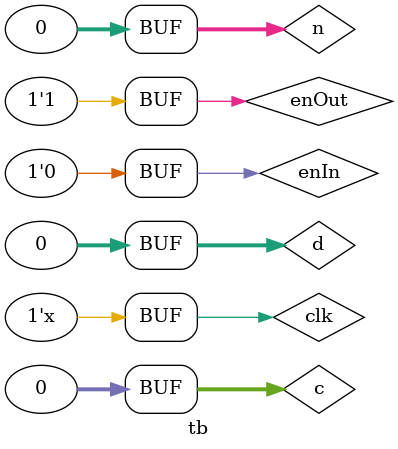
<source format=v>
`timescale 1ns/1ps

module tb;

reg enIn, enOut;
reg clk;
reg [31:0] n,d,c;
wire [31:0] m;
wire [31:0] primeNum, privateKey, cipher;
integer i;
wire [4:0] countOut, countIn;

storeNumbers dut(.n(n),.d(d),.c(c),.clk(clk), .primeNumOut(primeNum), .privateKeyOut(privateKey), .cipherOut(cipher), .enIn(enIn), .enOut(enOut), .countOut(countOut), .countIn(countIn));

always  
	#5 clk = ~clk;
	
initial begin
	clk = 0;
	
end

	//input
	initial begin
			enIn <= 1'b1;
			enOut <= 1'b0;
			#5
			n <= 32'hffffffff;
			d <= 32'hffffffff;
			c <= 32'hffffffff;
			#10
			n <= 32'h00000000;
			d <= 32'h00000000;
			c <= 32'h00000000;
			#10
			n <= 32'hffffffff;
			d <= 32'hffffffff;
			c <= 32'hffffffff;
			#10
			n <= 32'h00000000;
			d <= 32'h00000000;
			c <= 32'h00000000;
			#10
			n <= 32'hffffffff;
			d <= 32'hffffffff;
			c <= 32'hffffffff;
			#10
			n <= 32'h00000000;
			d <= 32'h00000000;
			c <= 32'h00000000;
			#10
			n <= 32'hffffffff;
			d <= 32'hffffffff;
			c <= 32'hffffffff;
			#10
			n <= 32'h00000000;
			d <= 32'h00000000;
			c <= 32'h00000000;
			#10
			n <= 32'hffffffff;
			d <= 32'hffffffff;
			c <= 32'hffffffff;
			#10
			n <= 32'h00000000;
			d <= 32'h00000000;
			c <= 32'h00000000;
			#10
			n <= 32'hffffffff;
			d <= 32'hffffffff;
			c <= 32'hffffffff;
			#10
			n <= 32'h00000000;
			d <= 32'h00000000;
			c <= 32'h00000000;
			#10
			n <= 32'hffffffff;
			d <= 32'hffffffff;
			c <= 32'hffffffff;
			#10
			n <= 32'h00000000;
			d <= 32'h00000000;
			c <= 32'h00000000;
			#10
			n <= 32'hffffffff;
			d <= 32'hffffffff;
			c <= 32'hffffffff;
			#10
			n <= 32'h00000000;
			d <= 32'h00000000;
			c <= 32'h00000000;
			#10
			n <= 32'hffffffff;
			d <= 32'hffffffff;
			c <= 32'hffffffff;
			#10
			n <= 32'h00000000;
			d <= 32'h00000000;
			c <= 32'h00000000;
			#10
			n <= 32'hffffffff;
			d <= 32'hffffffff;
			c <= 32'hffffffff;
			#10
			n <= 32'h00000000;
			d <= 32'h00000000;
			c <= 32'h00000000;
			#10
			n <= 32'hffffffff;
			d <= 32'hffffffff;
			c <= 32'hffffffff;
			#10
			n <= 32'h00000000;
			d <= 32'h00000000;
			c <= 32'h00000000;
			#10
			n <= 32'hffffffff;
			d <= 32'hffffffff;
			c <= 32'hffffffff;
			#10
			n <= 32'h00000000;
			d <= 32'h00000000;
			c <= 32'h00000000;
			#10
			n <= 32'hffffffff;
			d <= 32'hffffffff;
			c <= 32'hffffffff;
			#10
			n <= 32'h00000000;
			d <= 32'h00000000;
			c <= 32'h00000000;
			#10
			n <= 32'hffffffff;
			d <= 32'hffffffff;
			c <= 32'hffffffff;
			#10
			n <= 32'h00000000;
			d <= 32'h00000000;
			c <= 32'h00000000;
			#10
			n <= 32'hffffffff;
			d <= 32'hffffffff;
			c <= 32'hffffffff;
			#10
			n <= 32'h00000000;
			d <= 32'h00000000;
			c <= 32'h00000000;
			#10
			n <= 32'hffffffff;
			d <= 32'hffffffff;
			c <= 32'hffffffff;
			#10
			n <= 32'h00000000;
			d <= 32'h00000000;
			c <= 32'h00000000;
			#10
			n <= 32'hffffffff;
			d <= 32'hffffffff;
			c <= 32'hffffffff;
			#10
			n <= 32'h00000000;
			d <= 32'h00000000;
			c <= 32'h00000000;
			
			

	end
	//output
	initial begin
		
	#335
	enIn <= 1'b0;
	enOut <= 1'b1;
	end
endmodule


</source>
